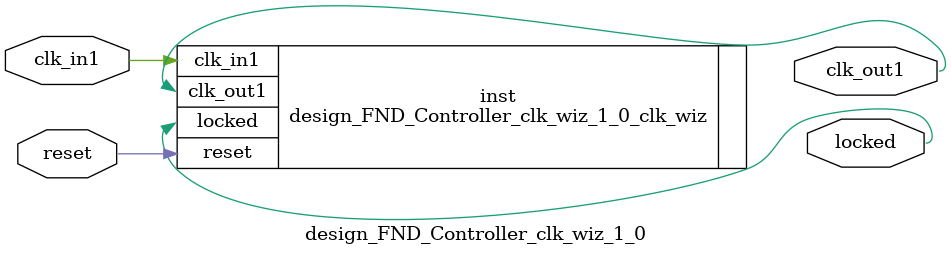
<source format=v>


`timescale 1ps/1ps

(* CORE_GENERATION_INFO = "design_FND_Controller_clk_wiz_1_0,clk_wiz_v6_0_5_0_0,{component_name=design_FND_Controller_clk_wiz_1_0,use_phase_alignment=true,use_min_o_jitter=false,use_max_i_jitter=false,use_dyn_phase_shift=false,use_inclk_switchover=false,use_dyn_reconfig=false,enable_axi=0,feedback_source=FDBK_AUTO,PRIMITIVE=MMCM,num_out_clk=1,clkin1_period=10.000,clkin2_period=10.000,use_power_down=false,use_reset=true,use_locked=true,use_inclk_stopped=false,feedback_type=SINGLE,CLOCK_MGR_TYPE=NA,manual_override=false}" *)

module design_FND_Controller_clk_wiz_1_0 
 (
  // Clock out ports
  output        clk_out1,
  // Status and control signals
  input         reset,
  output        locked,
 // Clock in ports
  input         clk_in1
 );

  design_FND_Controller_clk_wiz_1_0_clk_wiz inst
  (
  // Clock out ports  
  .clk_out1(clk_out1),
  // Status and control signals               
  .reset(reset), 
  .locked(locked),
 // Clock in ports
  .clk_in1(clk_in1)
  );

endmodule

</source>
